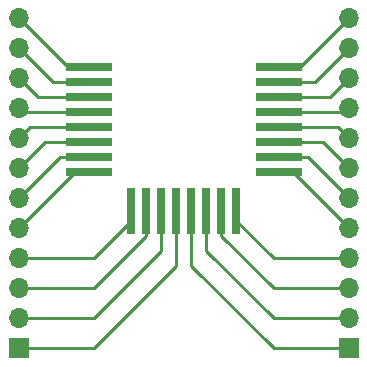
<source format=gbr>
%TF.GenerationSoftware,KiCad,Pcbnew,5.1.9-73d0e3b20d~88~ubuntu20.04.1*%
%TF.CreationDate,2021-04-17T15:00:08+02:00*%
%TF.ProjectId,e18sock,65313873-6f63-46b2-9e6b-696361645f70,rev?*%
%TF.SameCoordinates,Original*%
%TF.FileFunction,Copper,L1,Top*%
%TF.FilePolarity,Positive*%
%FSLAX46Y46*%
G04 Gerber Fmt 4.6, Leading zero omitted, Abs format (unit mm)*
G04 Created by KiCad (PCBNEW 5.1.9-73d0e3b20d~88~ubuntu20.04.1) date 2021-04-17 15:00:08*
%MOMM*%
%LPD*%
G01*
G04 APERTURE LIST*
%TA.AperFunction,SMDPad,CuDef*%
%ADD10R,4.000000X0.700000*%
%TD*%
%TA.AperFunction,SMDPad,CuDef*%
%ADD11R,0.700000X4.000000*%
%TD*%
%TA.AperFunction,ComponentPad*%
%ADD12O,1.700000X1.700000*%
%TD*%
%TA.AperFunction,ComponentPad*%
%ADD13R,1.700000X1.700000*%
%TD*%
%TA.AperFunction,Conductor*%
%ADD14C,0.250000*%
%TD*%
G04 APERTURE END LIST*
D10*
%TO.P,E-18-MS1-PCB,8*%
%TO.N,N/C*%
X122760000Y-48610000D03*
%TO.P,E-18-MS1-PCB,7*%
X122760000Y-47340000D03*
%TO.P,E-18-MS1-PCB,6*%
X122760000Y-46070000D03*
%TO.P,E-18-MS1-PCB,5*%
X122760000Y-44800000D03*
%TO.P,E-18-MS1-PCB,4*%
X122760000Y-43530000D03*
%TO.P,E-18-MS1-PCB,3*%
X122760000Y-42260000D03*
%TO.P,E-18-MS1-PCB,2*%
X122760000Y-40990000D03*
%TO.P,E-18-MS1-PCB,1*%
X122760000Y-39720000D03*
D11*
%TO.P,E-18-MS1-PCB,16*%
X135240000Y-51870000D03*
%TO.P,E-18-MS1-PCB,15*%
X133970000Y-51870000D03*
%TO.P,E-18-MS1-PCB,14*%
X132700000Y-51870000D03*
%TO.P,E-18-MS1-PCB,13*%
X131430000Y-51870000D03*
%TO.P,E-18-MS1-PCB,12*%
X130160000Y-51870000D03*
%TO.P,E-18-MS1-PCB,11*%
X128890000Y-51870000D03*
%TO.P,E-18-MS1-PCB,10*%
X127620000Y-51870000D03*
%TO.P,E-18-MS1-PCB,9*%
X126350000Y-51870000D03*
D10*
%TO.P,E-18-MS1-PCB,24*%
X138860000Y-39720000D03*
%TO.P,E-18-MS1-PCB,23*%
X138860000Y-40990000D03*
%TO.P,E-18-MS1-PCB,22*%
X138860000Y-42260000D03*
%TO.P,E-18-MS1-PCB,21*%
X138860000Y-43530000D03*
%TO.P,E-18-MS1-PCB,20*%
X138860000Y-44800000D03*
%TO.P,E-18-MS1-PCB,19*%
X138860000Y-46070000D03*
%TO.P,E-18-MS1-PCB,18*%
X138860000Y-47340000D03*
%TO.P,E-18-MS1-PCB,17*%
X138860000Y-48610000D03*
%TD*%
D12*
%TO.P, ,12*%
%TO.N,N/C*%
X144780000Y-35560000D03*
%TO.P, ,11*%
X144780000Y-38100000D03*
%TO.P, ,10*%
X144780000Y-40640000D03*
%TO.P, ,9*%
X144780000Y-43180000D03*
%TO.P, ,8*%
X144780000Y-45720000D03*
%TO.P, ,7*%
X144780000Y-48260000D03*
%TO.P, ,6*%
X144780000Y-50800000D03*
%TO.P, ,5*%
X144780000Y-53340000D03*
%TO.P, ,4*%
X144780000Y-55880000D03*
%TO.P, ,3*%
X144780000Y-58420000D03*
%TO.P, ,2*%
X144780000Y-60960000D03*
D13*
%TO.P, ,1*%
X144780000Y-63500000D03*
%TD*%
D12*
%TO.P, ,12*%
%TO.N,N/C*%
X116840000Y-35560000D03*
%TO.P, ,11*%
X116840000Y-38100000D03*
%TO.P, ,10*%
X116840000Y-40640000D03*
%TO.P, ,9*%
X116840000Y-43180000D03*
%TO.P, ,8*%
X116840000Y-45720000D03*
%TO.P, ,7*%
X116840000Y-48260000D03*
%TO.P, ,6*%
X116840000Y-50800000D03*
%TO.P, ,5*%
X116840000Y-53340000D03*
%TO.P, ,4*%
X116840000Y-55880000D03*
%TO.P, ,3*%
X116840000Y-58420000D03*
%TO.P, ,2*%
X116840000Y-60960000D03*
D13*
%TO.P, ,1*%
X116840000Y-63500000D03*
%TD*%
D14*
%TO.N,*%
X121000000Y-39720000D02*
X116840000Y-35560000D01*
X123760000Y-39720000D02*
X121000000Y-39720000D01*
X119730000Y-40990000D02*
X116840000Y-38100000D01*
X123760000Y-40990000D02*
X119730000Y-40990000D01*
X118460000Y-42260000D02*
X116840000Y-40640000D01*
X123760000Y-42260000D02*
X118460000Y-42260000D01*
X117190000Y-43530000D02*
X116840000Y-43180000D01*
X123760000Y-43530000D02*
X117190000Y-43530000D01*
X117760000Y-44800000D02*
X116840000Y-45720000D01*
X123760000Y-44800000D02*
X117760000Y-44800000D01*
X119030000Y-46070000D02*
X116840000Y-48260000D01*
X123760000Y-46070000D02*
X119030000Y-46070000D01*
X120300000Y-47340000D02*
X116840000Y-50800000D01*
X123760000Y-47340000D02*
X120300000Y-47340000D01*
X121570000Y-48610000D02*
X116840000Y-53340000D01*
X123760000Y-48610000D02*
X121570000Y-48610000D01*
X140620000Y-39720000D02*
X144780000Y-35560000D01*
X137860000Y-39720000D02*
X140620000Y-39720000D01*
X141890000Y-40990000D02*
X144780000Y-38100000D01*
X137860000Y-40990000D02*
X141890000Y-40990000D01*
X144430000Y-43530000D02*
X144780000Y-43180000D01*
X137860000Y-43530000D02*
X144430000Y-43530000D01*
X143160000Y-42260000D02*
X144780000Y-40640000D01*
X137860000Y-42260000D02*
X143160000Y-42260000D01*
X143860000Y-44800000D02*
X144780000Y-45720000D01*
X137860000Y-44800000D02*
X143860000Y-44800000D01*
X142590000Y-46070000D02*
X144780000Y-48260000D01*
X137860000Y-46070000D02*
X142590000Y-46070000D01*
X141320000Y-47340000D02*
X144780000Y-50800000D01*
X137860000Y-47340000D02*
X141320000Y-47340000D01*
X140050000Y-48610000D02*
X144780000Y-53340000D01*
X137860000Y-48610000D02*
X140050000Y-48610000D01*
X135240000Y-50870000D02*
X135240000Y-52690000D01*
X138430000Y-55880000D02*
X144780000Y-55880000D01*
X135240000Y-52690000D02*
X138430000Y-55880000D01*
X133970000Y-50870000D02*
X133970000Y-53960000D01*
X138430000Y-58420000D02*
X144780000Y-58420000D01*
X133970000Y-53960000D02*
X138430000Y-58420000D01*
X132700000Y-50870000D02*
X132700000Y-55230000D01*
X138430000Y-60960000D02*
X144780000Y-60960000D01*
X132700000Y-55230000D02*
X138430000Y-60960000D01*
X131430000Y-50870000D02*
X131430000Y-56500000D01*
X138430000Y-63500000D02*
X144780000Y-63500000D01*
X131430000Y-56500000D02*
X138430000Y-63500000D01*
X130160000Y-50870000D02*
X130160000Y-56530000D01*
X123190000Y-63500000D02*
X116840000Y-63500000D01*
X130160000Y-56530000D02*
X123190000Y-63500000D01*
X128890000Y-50870000D02*
X128890000Y-55260000D01*
X123190000Y-60960000D02*
X116840000Y-60960000D01*
X128890000Y-55260000D02*
X123190000Y-60960000D01*
X127620000Y-50870000D02*
X127620000Y-53990000D01*
X123190000Y-58420000D02*
X116840000Y-58420000D01*
X127620000Y-53990000D02*
X123190000Y-58420000D01*
X126350000Y-50870000D02*
X126350000Y-52720000D01*
X123190000Y-55880000D02*
X116840000Y-55880000D01*
X126350000Y-52720000D02*
X123190000Y-55880000D01*
%TD*%
M02*

</source>
